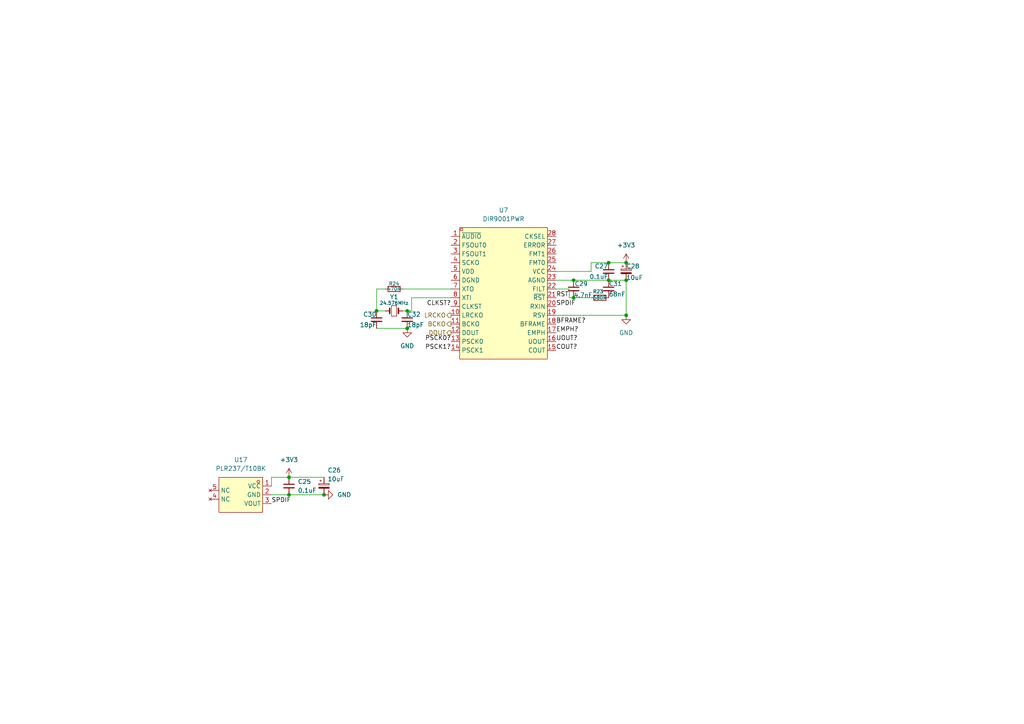
<source format=kicad_sch>
(kicad_sch (version 20250114) (generator "eeschema") (generator_version "9.0")
  (paper "A4")
  (lib_symbols
    (symbol "Device:C_Polarized_Small" (pin_numbers (hide yes)) (pin_names (offset 0.254) (hide yes))
      (property "Reference" "C" (at 0.254 1.778 0))
      (property "Value" "C_Polarized_Small" (at 0.254 -2.032 0))
      (symbol "C_Polarized_Small_0_1"
        (rectangle (start -1.524 0.6858) (end 1.524 0.3048))
        (rectangle (start -1.524 -0.3048) (end 1.524 -0.6858) (fill (type outline)))
        (polyline (pts (xy -1.27 1.524) (xy -0.762 1.524)))
        (polyline (pts (xy -1.016 1.27) (xy -1.016 1.778)))
      )
      (symbol "C_Polarized_Small_1_1"
        (pin passive line (at 0 2.54 270) (length 1.8542) (name "~") (number "1"))
        (pin passive line (at 0 -2.54 90) (length 1.8542) (name "~") (number "2"))
      )
    )
    (symbol "Device:C_Small" (pin_numbers (hide yes)) (pin_names (offset 0.254) (hide yes))
      (property "Reference" "C" (at 0.254 1.778 0))
      (property "Value" "C_Small" (at 0.254 -2.032 0))
      (symbol "C_Small_0_1"
        (polyline (pts (xy -1.524 0.508) (xy 1.524 0.508)) (stroke (width 0.3048)))
        (polyline (pts (xy -1.524 -0.508) (xy 1.524 -0.508)) (stroke (width 0.3302)))
      )
      (symbol "C_Small_1_1"
        (pin passive line (at 0 2.54 270) (length 2.032) (name "~") (number "1"))
        (pin passive line (at 0 -2.54 90) (length 2.032) (name "~") (number "2"))
      )
    )
    (symbol "Device:Crystal_Small" (pin_numbers (hide yes)) (pin_names (offset 1.016) (hide yes))
      (property "Reference" "Y" (at 0 2.54 0))
      (property "Value" "Crystal_Small" (at 0 -2.54 0))
      (symbol "Crystal_Small_0_1"
        (polyline (pts (xy -1.27 -0.762) (xy -1.27 0.762)) (stroke (width 0.381)))
        (rectangle (start -0.762 -1.524) (end 0.762 1.524))
        (polyline (pts (xy 1.27 -0.762) (xy 1.27 0.762)) (stroke (width 0.381)))
      )
      (symbol "Crystal_Small_1_1"
        (pin passive line (at -2.54 0 0) (length 1.27) (name "1") (number "1"))
        (pin passive line (at 2.54 0 180) (length 1.27) (name "2") (number "2"))
      )
    )
    (symbol "Device:R_Small" (pin_numbers (hide yes)) (pin_names (offset 0.254) (hide yes))
      (property "Reference" "R" (at 0 0 90))
      (property "Value" "R_Small" (at 1.778 0 90))
      (symbol "R_Small_0_1"
        (rectangle (start -0.762 1.778) (end 0.762 -1.778) (stroke (width 0.2032)))
      )
      (symbol "R_Small_1_1"
        (pin passive line (at 0 2.54 270) (length 0.762) (name "~") (number "1"))
        (pin passive line (at 0 -2.54 90) (length 0.762) (name "~") (number "2"))
      )
    )
    (symbol "easyeda2kicad:DIR9001PWR"
      (property "Reference" "U" (at 0 21.59 0))
      (property "Value" "DIR9001PWR" (at 0 -21.59 0))
      (symbol "DIR9001PWR_0_1"
        (rectangle (start -12.7 19.05) (end 12.7 -19.05) (fill (type background)))
        (circle (center -12.19 18.54) (radius 0.38))
        (pin unspecified line (at -15.24 16.51 0) (length 2.54) (name "~{AUDIO}") (number "1"))
        (pin unspecified line (at -15.24 13.97 0) (length 2.54) (name "FSOUT0") (number "2"))
        (pin unspecified line (at -15.24 11.43 0) (length 2.54) (name "FSOUT1") (number "3"))
        (pin unspecified line (at -15.24 8.89 0) (length 2.54) (name "SCKO") (number "4"))
        (pin unspecified line (at -15.24 6.35 0) (length 2.54) (name "VDD") (number "5"))
        (pin unspecified line (at -15.24 3.81 0) (length 2.54) (name "DGND") (number "6"))
        (pin unspecified line (at -15.24 1.27 0) (length 2.54) (name "XTO") (number "7"))
        (pin unspecified line (at -15.24 -1.27 0) (length 2.54) (name "XTI") (number "8"))
        (pin unspecified line (at -15.24 -3.81 0) (length 2.54) (name "CLKST") (number "9"))
        (pin unspecified line (at -15.24 -6.35 0) (length 2.54) (name "LRCKO") (number "10"))
        (pin unspecified line (at -15.24 -8.89 0) (length 2.54) (name "BCKO") (number "11"))
        (pin unspecified line (at -15.24 -11.43 0) (length 2.54) (name "DOUT") (number "12"))
        (pin unspecified line (at -15.24 -13.97 0) (length 2.54) (name "PSCK0") (number "13"))
        (pin unspecified line (at -15.24 -16.51 0) (length 2.54) (name "PSCK1") (number "14"))
        (pin unspecified line (at 15.24 16.51 180) (length 2.54) (name "CKSEL") (number "28"))
        (pin unspecified line (at 15.24 13.97 180) (length 2.54) (name "ERROR") (number "27"))
        (pin unspecified line (at 15.24 11.43 180) (length 2.54) (name "FMT1") (number "26"))
        (pin unspecified line (at 15.24 8.89 180) (length 2.54) (name "FMT0") (number "25"))
        (pin unspecified line (at 15.24 6.35 180) (length 2.54) (name "VCC") (number "24"))
        (pin unspecified line (at 15.24 3.81 180) (length 2.54) (name "AGND") (number "23"))
        (pin unspecified line (at 15.24 1.27 180) (length 2.54) (name "FILT") (number "22"))
        (pin unspecified line (at 15.24 -1.27 180) (length 2.54) (name "~{RST}") (number "21"))
        (pin unspecified line (at 15.24 -3.81 180) (length 2.54) (name "RXIN") (number "20"))
        (pin unspecified line (at 15.24 -6.35 180) (length 2.54) (name "RSV") (number "19"))
        (pin unspecified line (at 15.24 -8.89 180) (length 2.54) (name "BFRAME") (number "18"))
        (pin unspecified line (at 15.24 -11.43 180) (length 2.54) (name "EMPH") (number "17"))
        (pin unspecified line (at 15.24 -13.97 180) (length 2.54) (name "UOUT") (number "16"))
        (pin unspecified line (at 15.24 -16.51 180) (length 2.54) (name "COUT") (number "15"))
      )
    )
    (symbol "easyeda2kicad:PLR237_T10BK"
      (property "Reference" "U" (at 0 7.62 0))
      (property "Value" "PLR237/T10BK" (at 0 -7.62 0))
      (symbol "PLR237_T10BK_0_1"
        (rectangle (start -6.35 5.08) (end 6.35 -5.08) (fill (type background)))
        (circle (center -5.08 3.81) (radius 0.38))
      )
      (symbol "PLR237_T10BK_1_1"
        (pin power_in line (at -8.89 2.54 0) (length 2.54) (name "VCC") (number "1"))
        (pin power_in line (at -8.89 0 0) (length 2.54) (name "GND") (number "2"))
        (pin power_out line (at -8.89 -2.54 0) (length 2.54) (name "VOUT") (number "3"))
        (pin no_connect line (at 8.89 1.27 180) (length 2.54) (name "NC") (number "5"))
        (pin no_connect line (at 8.89 -1.27 180) (length 2.54) (name "NC") (number "4"))
      )
    )
    (symbol "power:+3V3" (power) (pin_numbers (hide yes)) (pin_names (offset 0) (hide yes))
      (property "Value" "+3V3" (at 0 3.556 0))
      (symbol "+3V3_0_1"
        (polyline (pts (xy -0.762 1.27) (xy 0 2.54)))
        (polyline (pts (xy 0 2.54) (xy 0.762 1.27)))
        (polyline (pts (xy 0 0) (xy 0 2.54)))
      )
      (symbol "+3V3_1_1"
        (pin power_in line (at 0 0 90) (length 0) (name "~") (number "1"))
      )
    )
    (symbol "power:GND" (power) (pin_numbers (hide yes)) (pin_names (offset 0) (hide yes))
      (property "Value" "GND" (at 0 -3.81 0))
      (symbol "GND_0_1"
        (polyline (pts (xy 0 0) (xy 0 -1.27) (xy 1.27 -1.27) (xy 0 -2.54) (xy -1.27 -1.27) (xy 0 -1.27)))
      )
      (symbol "GND_1_1"
        (pin power_in line (at 0 0 270) (length 0) (name "~") (number "1"))
      )
    )
  )
  (junction (at 83.82 143.51))
  (junction (at 109.22 90.17))
  (junction (at 166.37 81.28))
  (junction (at 176.53 76.2))
  (junction (at 181.61 81.28))
  (junction (at 83.82 138.43))
  (junction (at 118.11 90.17))
  (junction (at 181.61 76.2))
  (junction (at 118.11 95.25))
  (junction (at 166.37 86.36))
  (junction (at 93.98 143.51))
  (junction (at 181.61 91.44))
  (junction (at 176.53 81.28))
  (wire (pts (xy 109.22 95.25) (xy 118.11 95.25)))
  (wire (pts (xy 83.82 143.51) (xy 93.98 143.51)))
  (wire (pts (xy 78.74 143.51) (xy 83.82 143.51)))
  (wire (pts (xy 161.29 81.28) (xy 166.37 81.28)))
  (wire (pts (xy 83.82 138.43) (xy 78.74 138.43)))
  (wire (pts (xy 171.45 78.74) (xy 171.45 76.2)))
  (wire (pts (xy 161.29 91.44) (xy 181.61 91.44)))
  (wire (pts (xy 171.45 76.2) (xy 176.53 76.2)))
  (wire (pts (xy 165.1 86.36) (xy 166.37 86.36)))
  (wire (pts (xy 119.38 86.36) (xy 130.81 86.36)))
  (wire (pts (xy 111.76 90.17) (xy 109.22 90.17)))
  (wire (pts (xy 109.22 83.82) (xy 111.76 83.82)))
  (wire (pts (xy 161.29 78.74) (xy 171.45 78.74)))
  (wire (pts (xy 118.11 90.17) (xy 116.84 90.17)))
  (wire (pts (xy 93.98 138.43) (xy 83.82 138.43)))
  (wire (pts (xy 166.37 86.36) (xy 171.45 86.36)))
  (wire (pts (xy 165.1 86.36) (xy 165.1 83.82)))
  (wire (pts (xy 116.84 83.82) (xy 130.81 83.82)))
  (wire (pts (xy 176.53 76.2) (xy 181.61 76.2)))
  (wire (pts (xy 176.53 81.28) (xy 181.61 81.28)))
  (wire (pts (xy 181.61 81.28) (xy 181.61 91.44)))
  (wire (pts (xy 165.1 83.82) (xy 161.29 83.82)))
  (wire (pts (xy 118.11 90.17) (xy 119.38 90.17)))
  (wire (pts (xy 109.22 90.17) (xy 109.22 83.82)))
  (wire (pts (xy 119.38 90.17) (xy 119.38 86.36)))
  (wire (pts (xy 78.74 138.43) (xy 78.74 140.97)))
  (wire (pts (xy 176.53 81.28) (xy 166.37 81.28)))
  (label "CLKST?" (at 130.81 88.9 180))
  (label "SPDIF" (at 161.29 88.9 0))
  (label "UOUT?" (at 161.29 99.06 0))
  (label "RST" (at 161.29 86.36 0))
  (label "BFRAME?" (at 161.29 93.98 0))
  (label "PSCK0?" (at 130.81 99.06 180))
  (label "EMPH?" (at 161.29 96.52 0))
  (label "COUT?" (at 161.29 101.6 0))
  (label "SPDIF" (at 78.74 146.05 0))
  (label "PSCK1?" (at 130.81 101.6 180))
  (hierarchical_label "BCKO" (shape output) (at 130.81 93.98 180))
  (hierarchical_label "LRCKO" (shape output) (at 130.81 91.44 180))
  (hierarchical_label "DOUT" (shape output) (at 130.81 96.52 180))
  (symbol (lib_id "Device:C_Polarized_Small") (at 181.61 78.74 0) (unit 1)
    (property "Reference" "C28" (at 181.61 77.216 0) (effects (justify left)))
    (property "Value" "10uF" (at 181.61 80.518 0) (effects (justify left)))
    (property "Description" "Polarized capacitor, small symbol" (effects (hide yes)))
  )
  (symbol (lib_id "Device:C_Small") (at 176.53 83.82 0) (unit 1)
    (property "Reference" "C31" (at 176.53 82.296 0) (effects (justify left)))
    (property "Value" "68nF" (at 176.53 85.344 0) (effects (justify left)))
    (property "Description" "Unpolarized capacitor, small symbol" (effects (hide yes)))
  )
  (symbol (lib_id "power:+3V3") (at 83.82 138.43 0) (unit 1)
    (property "Reference" "#PWR067" (effects (hide yes)))
    (property "Value" "+3V3" (at 83.82 133.35 0))
    (property "Description" "Power symbol creates a global label with name \"+3V3\"" (effects (hide yes)))
  )
  (symbol (lib_id "Device:C_Small") (at 83.82 140.97 0) (unit 1)
    (property "Reference" "C25" (at 86.36 139.7062 0) (effects (justify left)))
    (property "Value" "0.1uF" (at 86.36 142.2462 0) (effects (justify left)))
    (property "Description" "Unpolarized capacitor, small symbol" (effects (hide yes)))
  )
  (symbol (lib_id "easyeda2kicad:DIR9001PWR") (at 146.05 85.09 0) (unit 1)
    (property "Reference" "U7" (at 146.05 60.96 0))
    (property "Value" "DIR9001PWR" (at 146.05 63.5 0))
    (property "Footprint" "easyeda2kicad:TSSOP-28_L9.7-W4.4-P0.65-LS6.4-BL" (effects (hide yes)))
    (property "Datasheet" "https://lcsc.com/product-detail/Others_Texas-Instruments_DIR9001PWR_Texas-Instruments-TI-DIR9001PWR_C96215.html" (effects (hide yes)))
    (property "LCSC Part" "C96215" (effects (hide yes)))
  )
  (symbol (lib_id "Device:R_Small") (at 173.99 86.36 90) (unit 1)
    (property "Reference" "R23" (at 173.482 84.582 90) (effects (font (size 1.016 1.016))))
    (property "Value" "680R" (at 173.99 86.36 90) (effects (font (size 1 1))))
    (property "Description" "Resistor, small symbol" (effects (hide yes)))
  )
  (symbol (lib_id "Device:C_Small") (at 166.37 83.82 0) (unit 1)
    (property "Reference" "C29" (at 166.624 82.296 0) (effects (justify left)))
    (property "Value" "4.7nF" (at 166.37 85.598 0) (effects (justify left)))
    (property "Description" "Unpolarized capacitor, small symbol" (effects (hide yes)))
  )
  (symbol (lib_id "Device:Crystal_Small") (at 114.3 90.17 0) (unit 1)
    (property "Reference" "Y1" (at 114.3 86.106 0))
    (property "Value" "24.576MHz" (at 114.3 87.884 0) (effects (font (size 1 1))))
    (property "Description" "Two pin crystal, small symbol" (effects (hide yes)))
  )
  (symbol (lib_id "Device:C_Small") (at 176.53 78.74 0) (unit 1)
    (property "Reference" "C27" (at 172.466 77.216 0) (effects (justify left)))
    (property "Value" "0.1uF" (at 170.942 80.264 0) (effects (justify left)))
    (property "Description" "Unpolarized capacitor, small symbol" (effects (hide yes)))
  )
  (symbol (lib_id "Device:C_Small") (at 109.22 92.71 0) (mirror y) (unit 1)
    (property "Reference" "C30" (at 109.22 91.186 0) (effects (justify left)))
    (property "Value" "18pF" (at 109.22 94.234 0) (effects (justify left)))
    (property "Description" "Unpolarized capacitor, small symbol" (effects (hide yes)))
  )
  (symbol (lib_id "power:GND") (at 93.98 143.51 90) (unit 1)
    (property "Reference" "#PWR066" (effects (hide yes)))
    (property "Value" "GND" (at 97.79 143.5099 90) (effects (justify right)))
    (property "Description" "Power symbol creates a global label with name \"GND\" , ground" (effects (hide yes)))
  )
  (symbol (lib_id "Device:R_Small") (at 114.3 83.82 90) (unit 1)
    (property "Reference" "R24" (at 114.3 82.296 90) (effects (font (size 1.016 1.016))))
    (property "Value" "470R" (at 114.3 83.82 90) (effects (font (size 1 1))))
    (property "Description" "Resistor, small symbol" (effects (hide yes)))
  )
  (symbol (lib_id "easyeda2kicad:PLR237_T10BK") (at 69.85 143.51 0) (mirror y) (unit 1)
    (property "Reference" "U17" (at 69.85 133.35 0))
    (property "Value" "PLR237/T10BK" (at 69.85 135.89 0))
    (property "Footprint" "easyeda2kicad:OPTO-TH_PLR237-T10BK" (effects (hide yes)))
    (property "LCSC Part" "C17427482" (effects (hide yes)))
  )
  (symbol (lib_id "Device:C_Polarized_Small") (at 93.98 140.97 0) (unit 1)
    (property "Reference" "C26" (at 94.996 136.398 0) (effects (justify left)))
    (property "Value" "10uF" (at 94.996 138.938 0) (effects (justify left)))
    (property "Description" "Polarized capacitor, small symbol" (effects (hide yes)))
  )
  (symbol (lib_id "Device:C_Small") (at 118.11 92.71 0) (unit 1)
    (property "Reference" "C32" (at 118.11 91.186 0) (effects (justify left)))
    (property "Value" "18pF" (at 118.11 94.234 0) (effects (justify left)))
    (property "Description" "Unpolarized capacitor, small symbol" (effects (hide yes)))
  )
  (symbol (lib_id "power:+3V3") (at 181.61 76.2 0) (unit 1)
    (property "Reference" "#PWR068" (effects (hide yes)))
    (property "Value" "+3V3" (at 181.61 71.12 0))
    (property "Description" "Power symbol creates a global label with name \"+3V3\"" (effects (hide yes)))
  )
  (symbol (lib_id "power:GND") (at 118.11 95.25 0) (unit 1)
    (property "Reference" "#PWR070" (effects (hide yes)))
    (property "Value" "GND" (at 118.11 100.33 0))
    (property "Description" "Power symbol creates a global label with name \"GND\" , ground" (effects (hide yes)))
  )
  (symbol (lib_id "power:GND") (at 181.61 91.44 0) (unit 1)
    (property "Reference" "#PWR069" (effects (hide yes)))
    (property "Value" "GND" (at 181.61 96.52 0))
    (property "Description" "Power symbol creates a global label with name \"GND\" , ground" (effects (hide yes)))
  )
)
</source>
